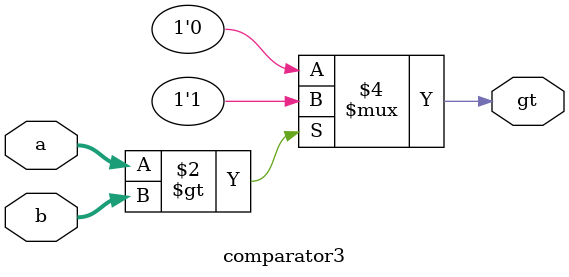
<source format=v>
/*
This code implements a 3-bit binary
comparator that compares the two inputs
`a` and `b` and outputs a value on the `gt`
output indicating which input is greater. If
`a` is greater than `b`, the output `gt` is
set to high (`1'b1`), otherwise it is set to low (`1'b0`).
*/

module comparator3 (input [2:0] a, input [2:0] b, output reg gt);

always @* begin
    if (a > b) begin
        gt <= 1'b1;
    end else begin
        gt <= 1'b0;
    end
end

endmodule
</source>
